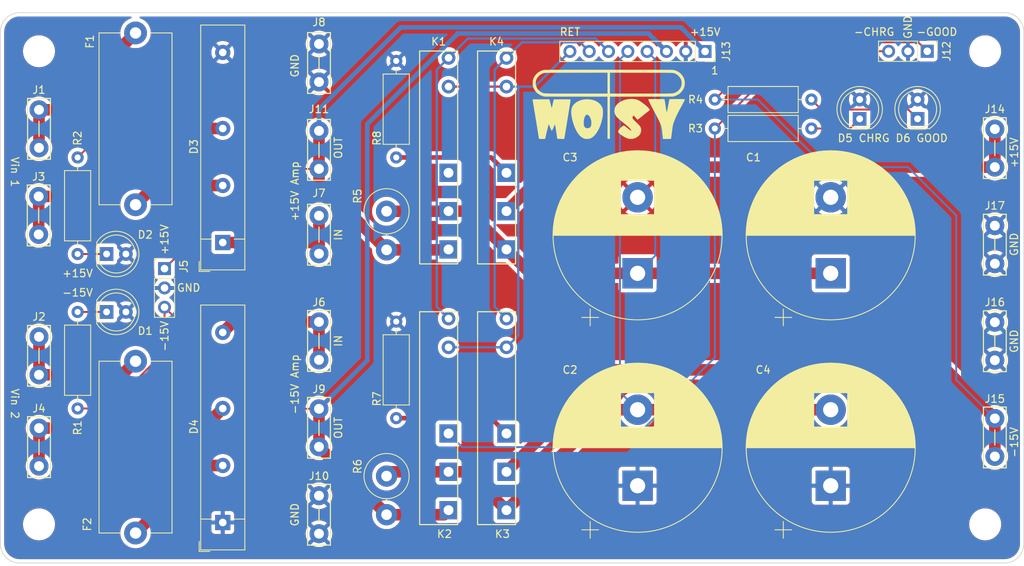
<source format=kicad_pcb>
(kicad_pcb (version 20211014) (generator pcbnew)
  (layers (0 "F.Cu" signal) (31 "B.Cu" signal) (34 "B.Paste" user) (35 "F.Paste" user) (36 "B.SilkS" user "B.Silkscreen") (37 "F.SilkS" user "F.Silkscreen") (38 "B.Mask" user) (39 "F.Mask" user) (44 "Edge.Cuts" user))
  (net 0 "")
  (net 1 "+15V_SW")
  (net 2 "GND")
  (net 3 "-15V_SW")
  (net 4 "Net-(D1-Pad1)")
  (net 5 "Net-(D2-Pad1)")
  (net 6 "Net-(D3-Pad3)")
  (net 7 "Net-(D3-Pad2)")
  (net 8 "Net-(D3-Pad1)")
  (net 9 "Net-(D4-Pad4)")
  (net 10 "Net-(D4-Pad3)")
  (net 11 "Net-(D4-Pad2)")
  (net 12 "Net-(D5-Pad1)")
  (net 13 "Net-(D6-Pad1)")
  (net 14 "Net-(F1-Pad2)")
  (net 15 "Net-(F2-Pad2)")
  (net 16 "+15V")
  (net 17 "-15V")
  (net 18 "-15V_PWR")
  (net 19 "LED_CHARGING")
  (net 20 "REL_Charge")
  (net 21 "REL_PwrGood")
  (net 22 "REL_RETURN")
  (net 23 "+15V_PWR")
  (net 25 "Net-(K3-Pad12)")
  (net 26 "Net-(K4-Pad12)")
  (footprint "moPsy:HF41FC" (layer "F.Cu") (at 99.06 76.2 -90)
    (fp_text reference "K3" (at 15.24 -1.27 unlocked) (layer "F.SilkS"))
    (fp_text value "FINDER-34.51")
    (pad "11" thru_hole rect (at 7.06 -1.8 270) (size 2.4 2.4) (drill 1.3) (layers *.Cu *.Mask) (net 18 "-15V_PWR"))
    (pad "12" thru_hole rect (at 2.02 -1.8 270) (size 2.4 2.4) (drill 1.3) (layers *.Cu *.Mask) (net 25 "Net-(K3-Pad12)"))
    (pad "14" thru_hole rect (at 12.1 -1.8 270) (size 2.4 2.4) (drill 1.3) (layers *.Cu *.Mask) (net 3 "-15V_SW"))
    (pad "A1" thru_hole circle (at -13.1 -1.8 270) (size 1.8 1.8) (drill 1) (layers *.Cu *.Mask) (net 21 "REL_PwrGood"))
    (pad "A2" thru_hole circle (at -9.32 -1.8 270) (size 1.8 1.8) (drill 1) (layers *.Cu *.Mask) (net 22 "REL_RETURN"))
  )
  (footprint "moPsy:Connector FS-P475" (layer "F.Cu") (at 76.2 77.47 90)
    (fp_text reference "J9" (at 5.08 0 180) (layer "F.SilkS"))
    (fp_text value "Conn_01x01_Male")
    (pad "1" thru_hole circle locked (at 2.5 0 90) (size 2.5 2.5) (drill 1.3) (layers *.Cu *.Mask) (net 17 "-15V"))
    (pad "1" thru_hole circle locked (at -2.5 0 90) (size 2.5 2.5) (drill 1.3) (layers *.Cu *.Mask) (net 17 "-15V"))
  )
  (footprint "MountingHole:MountingHole_3.2mm_M3" (layer "F.Cu") (at 39.37 27.94)
    (fp_text reference "REF**" hide)
    (fp_text value "MountingHole_3.2mm_M3" hide)
    (pad "" np_thru_hole circle (at 0 0) (size 3.2 3.2) (drill 3.2) (layers *.Cu *.Mask))
  )
  (footprint "Resistor_THT:R_Axial_DIN0309_L9.0mm_D3.2mm_P12.70mm_Horizontal" (layer "F.Cu") (at 140.97 34.29 180)
    (fp_text reference "R4" (at 15.24 0) (layer "F.SilkS"))
    (fp_text value "1k")
    (pad "1" thru_hole circle locked (at 0 0 180) (size 1.6 1.6) (drill 0.8) (layers *.Cu *.Mask) (net 13 "Net-(D6-Pad1)"))
    (pad "2" thru_hole oval locked (at 12.7 0 180) (size 1.6 1.6) (drill 0.8) (layers *.Cu *.Mask) (net 18 "-15V_PWR"))
  )
  (footprint "moPsy:Connector FS-P475" (layer "F.Cu") (at 39.37 80.01 90)
    (fp_text reference "J4" (at 5.08 0 180) (layer "F.SilkS"))
    (fp_text value "Conn_01x01_Male")
    (pad "1" thru_hole circle locked (at -2.5 0 90) (size 2.5 2.5) (drill 1.3) (layers *.Cu *.Mask) (net 10 "Net-(D4-Pad3)"))
    (pad "1" thru_hole circle locked (at 2.5 0 90) (size 2.5 2.5) (drill 1.3) (layers *.Cu *.Mask) (net 10 "Net-(D4-Pad3)"))
  )
  (footprint "LED_THT:LED_D5.0mm" (layer "F.Cu") (at 48.26 54.61)
    (fp_text reference "D2" (at 5.08 -2.54) (layer "F.SilkS"))
    (fp_text value "rt")
    (pad "1" thru_hole rect locked (at 0 0) (size 1.8 1.8) (drill 0.9) (layers *.Cu *.Mask) (net 5 "Net-(D2-Pad1)"))
    (pad "2" thru_hole circle locked (at 2.54 0) (size 1.8 1.8) (drill 0.9) (layers *.Cu *.Mask) (net 2 "GND"))
  )
  (footprint "Resistor_THT:R_Axial_DIN0309_L9.0mm_D3.2mm_P12.70mm_Horizontal" (layer "F.Cu") (at 44.45 62.23 -90)
    (fp_text reference "R1" (at 15.24 0 90) (layer "F.SilkS"))
    (fp_text value "1k")
    (pad "1" thru_hole circle locked (at 0 0 270) (size 1.6 1.6) (drill 0.8) (layers *.Cu *.Mask) (net 4 "Net-(D1-Pad1)"))
    (pad "2" thru_hole oval locked (at 12.7 0 270) (size 1.6 1.6) (drill 0.8) (layers *.Cu *.Mask) (net 17 "-15V"))
  )
  (footprint "Resistor_THT:R_Axial_DIN0614_L14.3mm_D5.7mm_P5.08mm_Vertical" (layer "F.Cu") (at 85.09 48.985 -90)
    (fp_text reference "R5" (at -1.995 3.81 90) (layer "F.SilkS"))
    (fp_text value "100R")
    (pad "1" thru_hole circle (at 0 0 270) (size 2.8 2.8) (drill 1.4) (layers *.Cu *.Mask) (net 1 "+15V_SW"))
    (pad "2" thru_hole oval (at 5.08 0 270) (size 2.8 2.8) (drill 1.4) (layers *.Cu *.Mask) (net 16 "+15V"))
  )
  (footprint "Resistor_THT:R_Axial_DIN0309_L9.0mm_D3.2mm_P12.70mm_Horizontal" (layer "F.Cu") (at 140.97 38.1 180)
    (fp_text reference "R3" (at 15.24 0) (layer "F.SilkS"))
    (fp_text value "1k")
    (pad "1" thru_hole circle locked (at 0 0 180) (size 1.6 1.6) (drill 0.8) (layers *.Cu *.Mask) (net 12 "Net-(D5-Pad1)"))
    (pad "2" thru_hole oval locked (at 12.7 0 180) (size 1.6 1.6) (drill 0.8) (layers *.Cu *.Mask) (net 19 "LED_CHARGING"))
  )
  (footprint "moPsy:HF41FC" (layer "F.Cu") (at 99.06 41.91 -90)
    (fp_text reference "K4" (at -15.24 -0.5 unlocked) (layer "F.SilkS"))
    (fp_text value "FINDER-34.51")
    (pad "11" thru_hole rect (at 7.06 -1.8 270) (size 2.4 2.4) (drill 1.3) (layers *.Cu *.Mask) (net 23 "+15V_PWR"))
    (pad "12" thru_hole rect (at 2.02 -1.8 270) (size 2.4 2.4) (drill 1.3) (layers *.Cu *.Mask) (net 26 "Net-(K4-Pad12)"))
    (pad "14" thru_hole rect (at 12.1 -1.8 270) (size 2.4 2.4) (drill 1.3) (layers *.Cu *.Mask) (net 1 "+15V_SW"))
    (pad "A1" thru_hole circle (at -13.1 -1.8 270) (size 1.8 1.8) (drill 1) (layers *.Cu *.Mask) (net 21 "REL_PwrGood"))
    (pad "A2" thru_hole circle (at -9.32 -1.8 270) (size 1.8 1.8) (drill 1) (layers *.Cu *.Mask) (net 22 "REL_RETURN"))
  )
  (footprint "LED_THT:LED_D5.0mm" (layer "F.Cu") (at 147.32 36.83 90)
    (fp_text reference "D5" (at -2.54 -1.905 180) (layer "F.SilkS"))
    (fp_text value "or")
    (pad "1" thru_hole rect locked (at 0 0 90) (size 1.8 1.8) (drill 0.9) (layers *.Cu *.Mask) (net 12 "Net-(D5-Pad1)"))
    (pad "2" thru_hole circle locked (at 2.54 0 90) (size 1.8 1.8) (drill 0.9) (layers *.Cu *.Mask) (net 2 "GND"))
  )
  (footprint "moPsy:Connector FS-P475" (layer "F.Cu") (at 76.2 88.9 90)
    (fp_text reference "J10" (at 5.08 0 180) (layer "F.SilkS"))
    (fp_text value "Conn_01x01_Male")
    (pad "1" thru_hole circle locked (at 2.5 0 90) (size 2.5 2.5) (drill 1.3) (layers *.Cu *.Mask) (net 2 "GND"))
    (pad "1" thru_hole circle locked (at -2.5 0 90) (size 2.5 2.5) (drill 1.3) (layers *.Cu *.Mask) (net 2 "GND"))
  )
  (footprint "moPsy_KiCad:moPsy_logo_kicad_20x09_FSilk" (layer "F.Cu") (at 114.3 34.925)
    (fp_text reference "Ref**" hide)
    (fp_text value "Val**" hide)
  )
  (footprint "moPsy:Connector FS-P475" (layer "F.Cu") (at 39.3275 49.5325 90)
    (fp_text reference "J3" (at 5.0825 0 180) (layer "F.SilkS"))
    (fp_text value "Conn_01x01_Male")
    (pad "1" thru_hole circle locked (at 2.5 0 90) (size 2.5 2.5) (drill 1.3) (layers *.Cu *.Mask) (net 6 "Net-(D3-Pad3)"))
    (pad "1" thru_hole circle locked (at -2.5 0 90) (size 2.5 2.5) (drill 1.3) (layers *.Cu *.Mask) (net 6 "Net-(D3-Pad3)"))
  )
  (footprint "MountingHole:MountingHole_3.2mm_M3" (layer "F.Cu") (at 163.83 90.17)
    (fp_text reference "REF**" hide)
    (fp_text value "MountingHole_3.2mm_M3" hide)
    (pad "" np_thru_hole circle (at 0 0) (size 3.2 3.2) (drill 3.2) (layers *.Cu *.Mask))
  )
  (footprint "moPsy:Connector FS-P475" (layer "F.Cu") (at 76.2 40.91001 90)
    (fp_text reference "J11" (at 5.35001 0 180) (layer "F.SilkS"))
    (fp_text value "Conn_01x01_Male")
    (pad "1" thru_hole circle locked (at 2.5 0 90) (size 2.5 2.5) (drill 1.3) (layers *.Cu *.Mask) (net 16 "+15V"))
    (pad "1" thru_hole circle locked (at -2.5 0 90) (size 2.5 2.5) (drill 1.3) (layers *.Cu *.Mask) (net 16 "+15V"))
  )
  (footprint "MountingHole:MountingHole_3.2mm_M3" (layer "F.Cu") (at 163.83 27.94)
    (fp_text reference "REF**" hide)
    (fp_text value "MountingHole_3.2mm_M3" hide)
    (pad "" np_thru_hole circle (at 0 0) (size 3.2 3.2) (drill 3.2) (layers *.Cu *.Mask))
  )
  (footprint "Capacitor_THT:CP_Radial_D22.0mm_P10.00mm_SnapIn" (layer "F.Cu") (at 143.51 85.09 90)
    (fp_text reference "C4" (at 15.24 -8.89 180) (layer "F.SilkS"))
    (fp_text value "4700u")
    (pad "1" thru_hole rect locked (at 0 0 90) (size 4 4) (drill 2) (layers *.Cu *.Mask) (net 2 "GND"))
    (pad "2" thru_hole circle locked (at 10 0 90) (size 4 4) (drill 2) (layers *.Cu *.Mask) (net 3 "-15V_SW"))
  )
  (footprint "Connector_PinHeader_2.54mm:PinHeader_1x03_P2.54mm_Vertical" (layer "F.Cu") (at 156.21 27.94 -90)
    (fp_text reference "J12" (at 0 -2.54 90) (layer "F.SilkS"))
    (fp_text value "Conn_01x03_Male")
    (pad "1" thru_hole rect locked (at 0 0 270) (size 1.7 1.7) (drill 1) (layers *.Cu *.Mask) (net 18 "-15V_PWR"))
    (pad "2" thru_hole oval locked (at 0 2.54 270) (size 1.7 1.7) (drill 1) (layers *.Cu *.Mask) (net 2 "GND"))
    (pad "3" thru_hole oval locked (at 0 5.08 270) (size 1.7 1.7) (drill 1) (layers *.Cu *.Mask) (net 19 "LED_CHARGING"))
  )
  (footprint "Connector_PinHeader_2.54mm:PinHeader_1x03_P2.54mm_Vertical" (layer "F.Cu") (at 55.88 56.53)
    (fp_text reference "J5" (at 2.54 -0.2825 90) (layer "F.SilkS"))
    (fp_text value "Conn_01x03_Male")
    (pad "1" thru_hole rect locked (at 0 0) (size 1.7 1.7) (drill 1) (layers *.Cu *.Mask) (net 16 "+15V"))
    (pad "2" thru_hole oval locked (at 0 2.54) (size 1.7 1.7) (drill 1) (layers *.Cu *.Mask) (net 2 "GND"))
    (pad "3" thru_hole oval locked (at 0 5.08) (size 1.7 1.7) (drill 1) (layers *.Cu *.Mask) (net 17 "-15V"))
  )
  (footprint "moPsy:Connector FS-P475" (layer "F.Cu") (at 39.37 38.140005 90)
    (fp_text reference "J1" (at 5.120005 0 180) (layer "F.SilkS"))
    (fp_text value "Conn_01x01_Male")
    (pad "1" thru_hole circle locked (at -2.5 0 90) (size 2.5 2.5) (drill 1.3) (layers *.Cu *.Mask) (net 14 "Net-(F1-Pad2)"))
    (pad "1" thru_hole circle locked (at 2.5 0 90) (size 2.5 2.5) (drill 1.3) (layers *.Cu *.Mask) (net 14 "Net-(F1-Pad2)"))
  )
  (footprint "moPsy:HF41FC" (layer "F.Cu") (at 91.44 76.2 -90)
    (fp_text reference "K2" (at 15.24 -1.27 unlocked) (layer "F.SilkS"))
    (fp_text value "FINDER-34.51")
    (pad "11" thru_hole rect (at 7.06 -1.8 270) (size 2.4 2.4) (drill 1.3) (layers *.Cu *.Mask) (net 3 "-15V_SW"))
    (pad "12" thru_hole rect (at 2.02 -1.8 270) (size 2.4 2.4) (drill 1.3) (layers *.Cu *.Mask) (net 19 "LED_CHARGING"))
    (pad "14" thru_hole rect (at 12.1 -1.8 270) (size 2.4 2.4) (drill 1.3) (layers *.Cu *.Mask) (net 17 "-15V"))
    (pad "A1" thru_hole circle (at -13.1 -1.8 270) (size 1.8 1.8) (drill 1) (layers *.Cu *.Mask) (net 20 "REL_Charge"))
    (pad "A2" thru_hole circle (at -9.32 -1.8 270) (size 1.8 1.8) (drill 1) (layers *.Cu *.Mask) (net 22 "REL_RETURN"))
  )
  (footprint "Fuse:Fuseholder_Cylinder-5x20mm_Stelvio-Kontek_PTF78_Horizontal_Open" (layer "F.Cu") (at 52.07 48.13 90)
    (fp_text reference "F1" (at 21.46 -6 90) (layer "F.SilkS"))
    (fp_text value "Fuse")
    (pad "1" thru_hole circle locked (at 0 0 90) (size 3 3) (drill 1.5) (layers *.Cu *.Mask) (net 7 "Net-(D3-Pad2)"))
    (pad "2" thru_hole circle locked (at 22.6 0 90) (size 3 3) (drill 1.5) (layers *.Cu *.Mask) (net 14 "Net-(F1-Pad2)"))
  )
  (footprint "moPsy:Connector FS-P475" (layer "F.Cu") (at 76.2 29.48001 90)
    (fp_text reference "J8" (at 5.35001 0 180) (layer "F.SilkS"))
    (fp_text value "Conn_01x01_Male")
    (pad "1" thru_hole circle locked (at 2.5 0 90) (size 2.5 2.5) (drill 1.3) (layers *.Cu *.Mask) (net 2 "GND"))
    (pad "1" thru_hole circle locked (at -2.5 0 90) (size 2.5 2.5) (drill 1.3) (layers *.Cu *.Mask) (net 2 "GND"))
  )
  (footprint "Capacitor_THT:CP_Radial_D22.0mm_P10.00mm_SnapIn" (layer "F.Cu") (at 118.11 57.15 90)
    (fp_text reference "C3" (at 15.24 -8.89 180) (layer "F.SilkS"))
    (fp_text value "4700u")
    (pad "1" thru_hole rect locked (at 0 0 90) (size 4 4) (drill 2) (layers *.Cu *.Mask) (net 1 "+15V_SW"))
    (pad "2" thru_hole circle locked (at 10 0 90) (size 4 4) (drill 2) (layers *.Cu *.Mask) (net 2 "GND"))
  )
  (footprint "LED_THT:LED_D5.0mm" (layer "F.Cu") (at 154.94 36.83 90)
    (fp_text reference "D6" (at -2.54 -1.905 180) (layer "F.SilkS"))
    (fp_text value "gn")
    (pad "1" thru_hole rect locked (at 0 0 90) (size 1.8 1.8) (drill 0.9) (layers *.Cu *.Mask) (net 13 "Net-(D6-Pad1)"))
    (pad "2" thru_hole circle locked (at 2.54 0 90) (size 1.8 1.8) (drill 0.9) (layers *.Cu *.Mask) (net 2 "GND"))
  )
  (footprint "LED_THT:LED_D5.0mm" (layer "F.Cu") (at 48.26 62.23)
    (fp_text reference "D1" (at 5.08 2.5) (layer "F.SilkS"))
    (fp_text value "rt")
    (pad "1" thru_hole rect locked (at 0 0) (size 1.8 1.8) (drill 0.9) (layers *.Cu *.Mask) (net 4 "Net-(D1-Pad1)"))
    (pad "2" thru_hole circle locked (at 2.54 0) (size 1.8 1.8) (drill 0.9) (layers *.Cu *.Mask) (net 2 "GND"))
  )
  (footprint "moPsy:Connector FS-P475" (layer "F.Cu") (at 76.2 66.04 90)
    (fp_text reference "J6" (at 5.08 0 180) (layer "F.SilkS"))
    (fp_text value "Conn_01x01_Male")
    (pad "1" thru_hole circle locked (at 2.5 0 90) (size 2.5 2.5) (drill 1.3) (layers *.Cu *.Mask) (net 9 "Net-(D4-Pad4)"))
    (pad "1" thru_hole circle locked (at -2.5 0 90) (size 2.5 2.5) (drill 1.3) (layers *.Cu *.Mask) (net 9 "Net-(D4-Pad4)"))
  )
  (footprint "moPsy:Connector FS-P475" (layer "F.Cu") (at 165.1 40.68 90)
    (fp_text reference "J14" (at 5.12 0 180) (layer "F.SilkS"))
    (fp_text value "Conn_01x01_Male")
    (pad "1" thru_hole circle locked (at -2.5 0 90) (size 2.5 2.5) (drill 1.3) (layers *.Cu *.Mask) (net 23 "+15V_PWR"))
    (pad "1" thru_hole circle locked (at 2.5 0 90) (size 2.5 2.5) (drill 1.3) (layers *.Cu *.Mask) (net 23 "+15V_PWR"))
  )
  (footprint "moPsy:Connector FS-P475" (layer "F.Cu") (at 165.1 53.38 90)
    (fp_text reference "J17" (at 5.12 0 180) (layer "F.SilkS"))
    (fp_text value "Conn_01x01_Male")
    (pad "1" thru_hole circle locked (at -2.5 0 90) (size 2.5 2.5) (drill 1.3) (layers *.Cu *.Mask) (net 2 "GND"))
    (pad "1" thru_hole circle locked (at 2.5 0 90) (size 2.5 2.5) (drill 1.3) (layers *.Cu *.Mask) (net 2 "GND"))
  )
  (footprint "Resistor_THT:R_Axial_DIN0614_L14.3mm_D5.7mm_P5.08mm_Vertical" (layer "F.Cu") (at 85.09 83.82 -90)
    (fp_text reference "R6" (at -1.27 3.81 90) (layer "F.SilkS"))
    (fp_text value "100R")
    (pad "1" thru_hole circle (at 0 0 270) (size 2.8 2.8) (drill 1.4) (layers *.Cu *.Mask) (net 3 "-15V_SW"))
    (pad "2" thru_hole oval (at 5.08 0 270) (size 2.8 2.8) (drill 1.4) (layers *.Cu *.Mask) (net 17 "-15V"))
  )
  (footprint "Resistor_THT:R_Axial_DIN0309_L9.0mm_D3.2mm_P12.70mm_Horizontal" (layer "F.Cu") (at 86.36 29.21 -90)
    (fp_text reference "R8" (at 10.16 2.54 90) (layer "F.SilkS"))
    (fp_text value "4k7")
    (pad "1" thru_hole circle locked (at 0 0 270) (size 1.6 1.6) (drill 0.8) (layers *.Cu *.Mask) (net 2 "GND"))
    (pad "2" thru_hole oval locked (at 12.7 0 270) (size 1.6 1.6) (drill 0.8) (layers *.Cu *.Mask) (net 26 "Net-(K4-Pad12)"))
  )
  (footprint "moPsy:Connector FS-P475" (layer "F.Cu") (at 39.37 68 90)
    (fp_text reference "J2" (at 5.135 0 180) (layer "F.SilkS"))
    (fp_text value "Conn_01x01_Male")
    (pad "1" thru_hole circle locked (at -2.5 0 90) (size 2.5 2.5) (drill 1.3) (layers *.Cu *.Mask) (net 15 "Net-(F2-Pad2)"))
    (pad "1" thru_hole circle locked (at 2.5 0 90) (size 2.5 2.5) (drill 1.3) (layers *.Cu *.Mask) (net 15 "Net-(F2-Pad2)"))
  )
  (footprint "Diode_THT:Diode_Bridge_32.0x5.6x17.0mm_P10.0mm_P7.5mm" (layer "F.Cu") (at 63.5425 53.0975 90)
    (fp_text reference "D3" (at 12.6 -3.8 90) (layer "F.SilkS"))
    (fp_text value "D_Bridge_+AA-")
    (pad "1" thru_hole rect locked (at 0 0 90) (size 2 2) (drill 1) (layers *.Cu *.Mask) (net 8 "Net-(D3-Pad1)"))
    (pad "2" thru_hole circle locked (at 7.5 0 90) (size 2 2) (drill 1) (layers *.Cu *.Mask) (net 7 "Net-(D3-Pad2)"))
    (pad "3" thru_hole circle locked (at 15 0 90) (size 2 2) (drill 1) (layers *.Cu *.Mask) (net 6 "Net-(D3-Pad3)"))
    (pad "4" thru_hole circle locked (at 25 0 90) (size 2 2) (drill 1) (layers *.Cu *.Mask) (net 2 "GND"))
  )
  (footprint "moPsy:HF41FC" (layer "F.Cu") (at 91.44 41.91 -90)
    (fp_text reference "K1" (at -15.24 -0.5 unlocked) (layer "F.SilkS"))
    (fp_text value "FINDER-34.51")
    (pad "11" thru_hole rect (at 7.06 -1.8 270) (size 2.4 2.4) (drill 1.3) (layers *.Cu *.Mask) (net 1 "+15V_SW"))
    (pad "12" thru_hole rect (at 2.02 -1.8 270) (size 2.4 2.4) (drill 1.3) (layers *.Cu *.Mask))
    (pad "14" thru_hole rect (at 12.1 -1.8 270) (size 2.4 2.4) (drill 1.3) (layers *.Cu *.Mask) (net 16 "+15V"))
    (pad "A1" thru_hole circle (at -13.1 -1.8 270) (size 1.8 1.8) (drill 1) (layers *.Cu *.Mask) (net 20 "REL_Charge"))
    (pad "A2" thru_hole circle (at -9.32 -1.8 270) (size 1.8 1.8) (drill 1) (layers *.Cu *.Mask) (net 22 "REL_RETURN"))
  )
  (footprint "Diode_THT:Diode_Bridge_32.0x5.6x17.0mm_P10.0mm_P7.5mm" (layer "F.Cu") (at 63.5425 89.9275 90)
    (fp_text reference "D4" (at 12.6 -3.8 90) (layer "F.SilkS"))
    (fp_text value "D_Bridge_+AA-")
    (pad "1" thru_hole rect locked (at 0 0 90) (size 2 2) (drill 1) (layers *.Cu *.Mask) (net 2 "GND"))
    (pad "2" thru_hole circle locked (at 7.5 0 90) (size 2 2) (drill 1) (layers *.Cu *.Mask) (net 11 "Net-(D4-Pad2)"))
    (pad "3" thru_hole circle locked (at 15 0 90) (size 2 2) (drill 1) (layers *.Cu *.Mask) (net 10 "Net-(D4-Pad3)"))
    (pad "4" thru_hole circle locked (at 25 0 90) (size 2 2) (drill 1) (layers *.Cu *.Mask) (net 9 "Net-(D4-Pad4)"))
  )
  (footprint "Connector_PinSocket_2.54mm:PinSocket_1x08_P2.54mm_Vertical" (layer "F.Cu") (at 126.985 27.965 -90)
    (fp_text reference "J13" (at 0 -2.77 90) (layer "F.SilkS"))
    (fp_text value "Conn_01x08_Male")
    (pad "1" thru_hole rect locked (at 0 0 270) (size 1.7 1.7) (drill 1) (layers *.Cu *.Mask) (net 16 "+15V"))
    (pad "2" thru_hole oval locked (at 0 2.54 270) (size 1.7 1.7) (drill 1) (layers *.Cu *.Mask) (net 2 "GND"))
    (pad "3" thru_hole oval locked (at 0 5.08 270) (size 1.7 1.7) (drill 1) (layers *.Cu *.Mask) (net 17 "-15V"))
    (pad "4" thru_hole oval locked (at 0 7.62 270) (size 1.7 1.7) (drill 1) (layers *.Cu *.Mask) (net 1 "+15V_SW"))
    (pad "5" thru_hole oval locked (at 0 10.16 270) (size 1.7 1.7) (drill 1) (layers *.Cu *.Mask) (net 3 "-15V_SW"))
    (pad "6" thru_hole oval locked (at 0 12.7 270) (size 1.7 1.7) (drill 1) (layers *.Cu *.Mask) (net 20 "REL_Charge"))
    (pad "7" thru_hole oval locked (at 0 15.24 270) (size 1.7 1.7) (drill 1) (layers *.Cu *.Mask) (net 21 "REL_PwrGood"))
    (pad "8" thru_hole oval locked (at 0 17.78 270) (size 1.7 1.7) (drill 1) (layers *.Cu *.Mask) (net 22 "REL_RETURN"))
  )
  (footprint "moPsy:Connector FS-P475" (layer "F.Cu") (at 76.2 52.07 90)
    (fp_text reference "J7" (at 5.45999 0 180) (layer "F.SilkS"))
    (fp_text value "Conn_01x01_Male")
    (pad "1" thru_hole circle locked (at -2.5 0 90) (size 2.5 2.5) (drill 1.3) (layers *.Cu *.Mask) (net 8 "Net-(D3-Pad1)"))
    (pad "1" thru_hole circle locked (at 2.5 0 90) (size 2.5 2.5) (drill 1.3) (layers *.Cu *.Mask) (net 8 "Net-(D3-Pad1)"))
  )
  (footprint "Resistor_THT:R_Axial_DIN0309_L9.0mm_D3.2mm_P12.70mm_Horizontal" (layer "F.Cu") (at 44.45 54.61 90)
    (fp_text reference "R2" (at 15.24 0 90) (layer "F.SilkS"))
    (fp_text value "1k")
    (pad "1" thru_hole circle locked (at 0 0 90) (size 1.6 1.6) (drill 0.8) (layers *.Cu *.Mask) (net 5 "Net-(D2-Pad1)"))
    (pad "2" thru_hole oval locked (at 12.7 0 90) (size 1.6 1.6) (drill 0.8) (layers *.Cu *.Mask) (net 16 "+15V"))
  )
  (footprint "Capacitor_THT:CP_Radial_D22.0mm_P10.00mm_SnapIn" (layer "F.Cu") (at 143.51 57.15 90)
    (fp_text reference "C1" (at 15.24 -10.16 180) (layer "F.SilkS"))
    (fp_text value "4700u")
    (pad "1" thru_hole rect locked (at 0 0 90) (size 4 4) (drill 2) (layers *.Cu *.Mask) (net 1 "+15V_SW"))
    (pad "2" thru_hole circle locked (at 10 0 90) (size 4 4) (drill 2) (layers *.Cu *.Mask) (net 2 "GND"))
  )
  (footprint "Fuse:Fuseholder_Cylinder-5x20mm_Stelvio-Kontek_PTF78_Horizontal_Open" (layer "F.Cu") (at 52.07 91.31 90)
    (fp_text reference "F2" (at 1.14 -6.35 90) (layer "F.SilkS"))
    (fp_text value "Fuse")
    (pad "1" thru_hole circle locked (at 0 0 90) (size 3 3) (drill 1.5) (layers *.Cu *.Mask) (net 11 "Net-(D4-Pad2)"))
    (pad "2" thru_hole circle locked (at 22.6 0 90) (size 3 3) (drill 1.5) (layers *.Cu *.Mask) (net 15 "Net-(F2-Pad2)"))
  )
  (footprint "moPsy:Connector FS-P475" (layer "F.Cu") (at 165.1 78.74 90)
    (fp_text reference "J15" (at 5.08 0 180) (layer "F.SilkS"))
    (fp_text value "Conn_01x01_Male")
    (pad "1" thru_hole circle locked (at 2.5 0 90) (size 2.5 2.5) (drill 1.3) (layers *.Cu *.Mask) (net 18 "-15V_PWR"))
    (pad "1" thru_hole circle locked (at -2.5 0 90) (size 2.5 2.5) (drill 1.3) (layers *.Cu *.Mask) (net 18 "-15V_PWR"))
  )
  (footprint "Capacitor_THT:CP_Radial_D22.0mm_P10.00mm_SnapIn" (layer "F.Cu") (at 118.11 85.09 90)
    (fp_text reference "C2" (at 15.24 -8.89 180) (layer "F.SilkS"))
    (fp_text value "4700u")
    (pad "1" thru_hole rect locked (at 0 0 90) (size 4 4) (drill 2) (layers *.Cu *.Mask) (net 2 "GND"))
    (pad "2" thru_hole circle locked (at 10 0 90) (size 4 4) (drill 2) (layers *.Cu *.Mask) (net 3 "-15V_SW"))
  )
  (footprint "MountingHole:MountingHole_3.2mm_M3" (layer "F.Cu") (at 39.37 90.17)
    (fp_text reference "REF**" hide)
    (fp_text value "MountingHole_3.2mm_M3" hide)
    (pad "" np_thru_hole circle (at 0 0) (size 3.2 3.2) (drill 3.2) (layers *.Cu *.Mask))
  )
  (footprint "Resistor_THT:R_Axial_DIN0309_L9.0mm_D3.2mm_P12.70mm_Horizontal" (layer "F.Cu") (at 86.36 63.5 -90)
    (fp_text reference "R7" (at 10.16 2.54 90) (layer "F.SilkS"))
    (fp_text value "4k7")
    (pad "1" thru_hole circle locked (at 0 0 270) (size 1.6 1.6) (drill 0.8) (layers *.Cu *.Mask) (net 2 "GND"))
    (pad "2" thru_hole oval locked (at 12.7 0 270) (size 1.6 1.6) (drill 0.8) (layers *.Cu *.Mask) (net 25 "Net-(K3-Pad12)"))
  )
  (footprint "moPsy:Connector FS-P475" (layer "F.Cu") (at 165.1 66.08 90)
    (fp_text reference "J16" (at 5.12 0 180) (layer "F.SilkS"))
    (fp_text value "Conn_01x01_Male")
    (pad "1" thru_hole circle locked (at 2.5 0 90) (size 2.5 2.5) (drill 1.3) (layers *.Cu *.Mask) (net 2 "GND"))
    (pad "1" thru_hole circle locked (at -2.5 0 90) (size 2.5 2.5) (drill 1.3) (layers *.Cu *.Mask) (net 2 "GND"))
  )
  (gr_arc (start 168.91 92.71) (mid 168.166051 94.506051) (end 166.37 95.25) (layer "Edge.Cuts") (width 0.1))
  (gr_arc (start 166.37 22.86) (mid 168.166051 23.603949) (end 168.91 25.4) (layer "Edge.Cuts") (width 0.1))
  (gr_line (start 34.29 92.71) (end 34.29 25.4) (layer "Edge.Cuts") (width 0.1))
  (gr_arc (start 34.29 25.4) (mid 35.033949 23.603949) (end 36.83 22.86) (layer "Edge.Cuts") (width 0.1))
  (gr_arc (start 36.83 95.25) (mid 35.033949 94.506051) (end 34.29 92.71) (layer "Edge.Cuts") (width 0.1))
  (gr_line (start 36.83 22.86) (end 166.37 22.86) (layer "Edge.Cuts") (width 0.1))
  (gr_line (start 168.91 25.4) (end 168.91 92.71) (layer "Edge.Cuts") (width 0.1))
  (gr_line (start 166.37 95.25) (end 36.83 95.25) (layer "Edge.Cuts") (width 0.1))
  (gr_text "+15V Amp" (at 73.025 46.355 90) (layer "F.SilkS") (effects (font (size 1 1))))
  (gr_text "GND" (at 73.025 29.845 90) (layer "F.SilkS") (effects (font (size 1 1))))
  (gr_text "-CHRG" (at 149.225 25.4) (layer "F.SilkS") (effects (font (size 1 1))))
  (gr_text "IN" (at 78.74 66.04 90) (layer "F.SilkS") (effects (font (size 1 1))))
  (gr_text "GND" (at 167.64 53.34 90) (layer "F.SilkS") (effects (font (size 1 1))))
  (gr_text "RET" (at 109.22 25.4) (layer "F.SilkS") (effects (font (size 1 1))))
  (gr_text "OUT" (at 78.74 77.47 90) (layer "F.SilkS") (effects (font (size 1 1))))
  (gr_text "-15V" (at 55.88 65.405 90) (layer "F.SilkS") (effects (font (size 1 1))))
  (gr_text "-GOOD" (at 157.48 25.4) (layer "F.SilkS") (effects (font (size 1 1))))
  (gr_text "1" (at 128.27 30.48) (layer "F.SilkS") (effects (font (size 1 1))))
  (gr_text "+15V" (at 127 25.4) (layer "F.SilkS") (effects (font (size 1 1))))
  (gr_text "OUT" (at 78.74 40.64 90) (layer "F.SilkS") (effects (font (size 1 1))))
  (gr_text "+15V" (at 44.45 57.15) (layer "F.SilkS") (effects (font (size 1 1))))
  (gr_text "GND" (at 73.025 88.9 90) (layer "F.SilkS") (effects (font (size 1 1))))
  (gr_text "-15V" (at 44.45 59.69) (layer "F.SilkS") (effects (font (size 1 1))))
  (gr_text "-15V Amp" (at 73.025 71.755 90) (layer "F.SilkS") (effects (font (size 1 1))))
  (gr_text "Vin 1" (at 36.195 43.815 270) (layer "F.SilkS") (effects (font (size 1 1))))
  (gr_text "-15V" (at 167.64 79.375 90) (layer "F.SilkS") (effects (font (size 1 1))))
  (gr_text "GND" (at 167.64 66.08 90) (layer "F.SilkS") (effects (font (size 1 1))))
  (gr_text "IN" (at 78.74 52.07 90) (layer "F.SilkS") (effects (font (size 1 1))))
  (gr_text "CHRG" (at 149.225 39.37) (layer "F.SilkS") (effects (font (size 1 1))))
  (gr_text "+15V" (at 55.88 52.705 90) (layer "F.SilkS") (effects (font (size 1 1))))
  (gr_text "GOOD" (at 156.845 39.37) (layer "F.SilkS") (effects (font (size 1 1))))
  (gr_text "GND" (at 59.055 59.055) (layer "F.SilkS") (effects (font (size 1 1))))
  (gr_text "Vin 2" (at 36.195 74.295 270) (layer "F.SilkS") (effects (font (size 1 1))))
  (gr_text "+15V" (at 167.64 41.275 90) (layer "F.SilkS") (effects (font (size 1 1))))
  (gr_text "GND" (at 153.67 24.765 90) (layer "F.SilkS") (effects (font (size 1 1))))
  (segment (start 93.24 48.97) (end 95.82 48.97) (width 1.524) (layer "F.Cu") (net 1))
  (segment (start 117.795663 57.464337) (end 118.11 57.15) (width 1.524) (layer "F.Cu") (net 1))
  (segment (start 95.82 48.97) (end 100.86 54.01) (width 1.524) (layer "F.Cu") (net 1))
  (segment (start 93.225 48.985) (end 93.24 48.97) (width 1.524) (layer "F.Cu") (net 1))
  (segment (start 104 57.15) (end 100.86 54.01) (width 1.524) (layer "F.Cu") (net 1))
  (segment (start 118.11 57.15) (end 143.51 57.15) (width 1.524) (layer "F.Cu") (net 1))
  (segment (start 118.11 57.15) (end 104 57.15) (width 1.524) (layer "F.Cu") (net 1))
  (segment (start 85.09 48.985) (end 93.225 48.985) (width 1.524) (layer "F.Cu") (net 1))
  (segment (start 120.434511 54.825489) (end 118.11 57.15) (width 0.25) (layer "B.Cu") (net 1))
  (segment (start 119.365 27.965) (end 120.434511 29.034511) (width 0.25) (layer "B.Cu") (net 1))
  (segment (start 120.434511 29.034511) (end 120.434511 54.825489) (width 0.25) (layer "B.Cu") (net 1))
  (segment (start 93.24 83.26) (end 85.65 83.26) (width 1.524) (layer "F.Cu") (net 3))
  (segment (start 95.82 83.26) (end 100.86 88.3) (width 1.524) (layer "F.Cu") (net 3))
  (segment (start 118.11 75.09) (end 114.07 75.09) (width 1.524) (layer "F.Cu") (net 3))
  (segment (start 93.24 83.26) (end 95.82 83.26) (width 1.524) (layer "F.Cu") (net 3))
  (segment (start 114.07 75.09) (end 100.86 88.3) (width 1.524) (layer "F.Cu") (net 3))
  (segment (start 85.65 83.26) (end 85.09 83.82) (width 1.524) (layer "F.Cu") (net 3))
  (segment (start 118.11 75.09) (end 143.51 75.09) (width 1.524) (layer "F.Cu") (net 3))
  (segment (start 116.825 27.965) (end 115.785489 29.004511) (width 0.25) (layer "B.Cu") (net 3))
  (segment (start 115.785489 72.765489) (end 118.11 75.09) (width 0.25) (layer "B.Cu") (net 3))
  (segment (start 115.785489 29.004511) (end 115.785489 72.765489) (width 0.25) (layer "B.Cu") (net 3))
  (segment (start 44.45 62.23) (end 48.26 62.23) (width 0.25) (layer "F.Cu") (net 4))
  (segment (start 44.45 54.61) (end 48.26 54.61) (width 0.25) (layer "F.Cu") (net 5))
  (segment (start 55.8825 38.0975) (end 63.5425 38.0975) (width 1.524) (layer "F.Cu") (net 6))
  (segment (start 41.095266 47.0325) (end 41.137766 46.99) (width 1.524) (layer "F.Cu") (net 6))
  (segment (start 41.137766 46.99) (end 46.99 46.99) (width 1.524) (layer "F.Cu") (net 6))
  (segment (start 39.3275 47.0325) (end 41.095266 47.0325) (width 1.524) (layer "F.Cu") (net 6))
  (segment (start 39.3275 52.032495) (end 39.3275 47.032505) (width 1.524) (layer "F.Cu") (net 6))
  (segment (start 46.99 46.99) (end 55.8825 38.0975) (width 1.524) (layer "F.Cu") (net 6))
  (segment (start 52.07 48.13) (end 54.6025 45.5975) (width 1.524) (layer "F.Cu") (net 7))
  (segment (start 54.6025 45.5975) (end 63.5425 45.5975) (width 1.524) (layer "F.Cu") (net 7))
  (segment (start 76.2 49.570005) (end 76.2 53.34) (width 1.524) (layer "F.Cu") (net 8))
  (segment (start 75.9575 53.0975) (end 76.2 53.34) (width 1.524) (layer "F.Cu") (net 8))
  (segment (start 76.2 53.34) (end 76.2 54.569995) (width 1.524) (layer "F.Cu") (net 8))
  (segment (start 63.5425 53.0975) (end 75.9575 53.0975) (width 1.524) (layer "F.Cu") (net 8))
  (segment (start 76.2 63.54) (end 64.93 63.54) (width 1.524) (layer "F.Cu") (net 9))
  (segment (start 64.93 63.54) (end 63.5425 64.9275) (width 1.524) (layer "F.Cu") (net 9))
  (segment (start 76.2 68.54) (end 76.2 63.54) (width 1.524) (layer "F.Cu") (net 9))
  (segment (start 60.96 77.51) (end 63.5425 74.9275) (width 1.524) (layer "F.Cu") (net 10))
  (segment (start 39.37 77.51) (end 60.96 77.51) (width 1.524) (layer "F.Cu") (net 10))
  (segment (start 39.37 82.51) (end 39.37 77.51) (width 1.524) (layer "F.Cu") (net 10))
  (segment (start 52.07 91.31) (end 60.9525 82.4275) (width 1.524) (layer "F.Cu") (net 11))
  (segment (start 60.9525 82.4275) (end 63.5425 82.4275) (width 1.524) (layer "F.Cu") (net 11))
  (segment (start 140.97 38.1) (end 146.05 38.1) (width 0.25) (layer "F.Cu") (net 12))
  (segment (start 146.05 38.1) (end 147.32 36.83) (width 0.25) (layer "F.Cu") (net 12))
  (segment (start 142.285489 35.605489) (end 153.715489 35.605489) (width 0.25) (layer "F.Cu") (net 13))
  (segment (start 153.715489 35.605489) (end 154.94 36.83) (width 0.25) (layer "F.Cu") (net 13))
  (segment (start 140.97 34.29) (end 142.285489 35.605489) (width 0.25) (layer "F.Cu") (net 13))
  (segment (start 39.37 40.64) (end 39.37 35.64001) (width 1.524) (layer "F.Cu") (net 14))
  (segment (start 41.959995 35.640005) (end 52.07 25.53) (width 1.524) (layer "F.Cu") (net 14))
  (segment (start 39.37 35.640005) (end 41.959995 35.640005) (width 1.524) (layer "F.Cu") (net 14))
  (segment (start 39.37 70.499995) (end 39.37 65.500005) (width 1.524) (layer "F.Cu") (net 15))
  (segment (start 39.37 70.5) (end 50.28 70.5) (width 1.524) (layer "F.Cu") (net 15))
  (segment (start 51.98 68.62) (end 52.07 68.71) (width 1.524) (layer "F.Cu") (net 15))
  (segment (start 50.28 70.5) (end 52.07 68.71) (width 1.524) (layer "F.Cu") (net 15))
  (segment (start 85.09 54.065) (end 93.185 54.065) (width 1.524) (layer "F.Cu") (net 16))
  (segment (start 76.2 45.175) (end 76.2 43.41001) (width 1.524) (layer "F.Cu") (net 16))
  (segment (start 93.185 54.065) (end 93.24 54.01) (width 1.524) (layer "F.Cu") (net 16))
  (segment (start 76.2 38.410015) (end 76.2 43.410005) (width 1.524) (layer "F.Cu") (net 16))
  (segment (start 50.8 35.56) (end 63.824072 35.56) (width 0.25) (layer "F.Cu") (net 16))
  (segment (start 68.99999 40.735918) (end 68.99999 43.41001) (width 0.25) (layer "F.Cu") (net 16))
  (segment (start 44.45 41.91) (end 50.8 35.56) (width 0.25) (layer "F.Cu") (net 16))
  (segment (start 68.99999 43.41001) (end 76.2 43.41001) (width 0.25) (layer "F.Cu") (net 16))
  (segment (start 55.88 56.53) (end 68.99999 43.41001) (width 0.25) (layer "F.Cu") (net 16))
  (segment (start 85.09 54.065) (end 76.2 45.175) (width 1.524) (layer "F.Cu") (net 16))
  (segment (start 63.824072 35.56) (end 68.99999 40.735918) (width 0.25) (layer "F.Cu") (net 16))
  (segment (start 76.2 35.56) (end 86.967071 24.792929) (width 0.6096) (layer "B.Cu") (net 16))
  (segment (start 76.2 35.56) (end 76.2 38.41001) (width 0.6096) (layer "B.Cu") (net 16))
  (segment (start 86.967071 24.792929) (end 123.812929 24.792929) (width 0.6096) (layer "B.Cu") (net 16))
  (segment (start 123.812929 24.792929) (end 126.985 27.965) (width 0.6096) (layer "B.Cu") (net 16))
  (segment (start 55.88 61.61) (end 69.24 74.97) (width 0.25) (layer "F.Cu") (net 17))
  (segment (start 55.88 67.480249) (end 55.88 61.61) (width 0.25) (layer "F.Cu") (net 17))
  (segment (start 85.09 88.86) (end 76.2 79.97) (width 1.524) (layer "F.Cu") (net 17))
  (segment (start 76.2 74.970005) (end 76.2 79.969995) (width 1.524) (layer "F.Cu") (net 17))
  (segment (start 69.24 74.97) (end 76.2 74.97) (width 0.25) (layer "F.Cu") (net 17))
  (segment (start 44.45 74.93) (end 48.430249 74.93) (width 0.25) (layer "F.Cu") (net 17))
  (segment (start 85.09 88.9) (end 92.64 88.9) (width 1.524) (layer "F.Cu") (net 17))
  (segment (start 85.09 88.9) (end 85.09 88.86) (width 1.524) (layer "F.Cu") (net 17))
  (segment (start 92.64 88.9) (end 93.24 88.3) (width 1.524) (layer "F.Cu") (net 17))
  (segment (start 48.430249 74.93) (end 55.88 67.480249) (width 0.25) (layer "F.Cu") (net 17))
  (segment (start 94.461954 25.602049) (end 119.542049 25.602049) (width 0.6096) (layer "B.Cu") (net 17))
  (segment (start 119.542049 25.602049) (end 121.905 27.965) (width 0.6096) (layer "B.Cu") (net 17))
  (segment (start 82.55 37.514003) (end 94.461954 25.602049) (width 0.6096) (layer "B.Cu") (net 17))
  (segment (start 76.2 74.97) (end 82.55 68.62) (width 0.6096) (layer "B.Cu") (net 17))
  (segment (start 82.55 68.62) (end 82.55 37.514003) (width 0.6096) (layer "B.Cu") (net 17))
  (segment (start 100.86 83.26) (end 114.27 69.85) (width 1.524) (layer "F.Cu") (net 18))
  (segment (start 135.794511 26.765489) (end 155.035489 26.765489) (width 0.25) (layer "F.Cu") (net 18))
  (segment (start 165.1 76.24) (end 165.1 81.24) (width 1.524) (layer "F.Cu") (net 18))
  (segment (start 128.27 34.29) (end 135.794511 26.765489) (width 0.25) (layer "F.Cu") (net 18))
  (segment (start 114.27 69.85) (end 158.71 69.85) (width 1.524) (layer "F.Cu") (net 18))
  (segment (start 158.71 69.85) (end 165.1 76.24) (width 1.524) (layer "F.Cu") (net 18))
  (segment (start 155.035489 26.765489) (end 156.21 27.94) (width 0.25) (layer "F.Cu") (net 18))
  (segment (start 160.02 71.16) (end 165.1 76.24) (width 0.25) (layer "B.Cu") (net 18))
  (segment (start 160.02 49.53) (end 160.02 71.16) (width 0.25) (layer "B.Cu") (net 18))
  (segment (start 133.937356 34.29) (end 142.827356 43.18) (width 0.25) (layer "B.Cu") (net 18))
  (segment (start 153.67 43.18) (end 160.02 49.53) (width 0.25) (layer "B.Cu") (net 18))
  (segment (start 128.27 34.29) (end 133.937356 34.29) (width 0.25) (layer "B.Cu") (net 18))
  (segment (start 142.827356 43.18) (end 153.67 43.18) (width 0.25) (layer "B.Cu") (net 18))
  (segment (start 138.43 27.94) (end 151.13 27.94) (width 0.25) (layer "F.Cu") (net 19))
  (segment (start 128.27 38.1) (end 138.43 27.94) (width 0.25) (layer "F.Cu") (net 19))
  (segment (start 128.27 38.1) (end 128.27 68.217356) (width 0.25) (layer "B.Cu") (net 19))
  (segment (start 95.03 80.01) (end 93.24 78.22) (width 0.25) (layer "B.Cu") (net 19))
  (segment (start 128.27 68.217356) (end 116.477356 80.01) (width 0.25) (layer "B.Cu") (net 19))
  (segment (start 116.477356 80.01) (end 95.03 80.01) (width 0.25) (layer "B.Cu") (net 19))
  (segment (start 112.578769 26.258769) (end 114.285 27.965) (width 0.3048) (layer "B.Cu") (net 20))
  (segment (start 91.688089 30.361911) (end 91.688089 61.548089) (width 0.3048) (layer "B.Cu") (net 20))
  (segment (start 93.24 28.81) (end 95.791231 26.258769) (width 0.3048) (layer "B.Cu") (net 20))
  (segment (start 91.688089 61.548089) (end 93.24 63.1) (width 0.3048) (layer "B.Cu") (net 20))
  (segment (start 93.24 28.81) (end 91.688089 30.361911) (width 0.3048) (layer "B.Cu") (net 20))
  (segment (start 95.791231 26.258769) (end 112.578769 26.258769) (width 0.3048) (layer "B.Cu") (net 20))
  (segment (start 99.308089 30.361911) (end 99.308089 61.548089) (width 0.3048) (layer "B.Cu") (net 21))
  (segment (start 99.308089 61.548089) (end 100.86 63.1) (width 0.3048) (layer "B.Cu") (net 21))
  (segment (start 100.86 28.81) (end 99.308089 30.361911) (width 0.3048) (layer "B.Cu") (net 21))
  (segment (start 102.906911 26.763089) (end 110.543089 26.763089) (width 0.3048) (layer "B.Cu") (net 21))
  (segment (start 100.86 28.81) (end 102.906911 26.763089) (width 0.3048) (layer "B.Cu") (net 21))
  (segment (start 110.543089 26.763089) (end 111.745 27.965) (width 0.3048) (layer "B.Cu") (net 21))
  (segment (start 93.239996 32.590003) (end 100.859996 32.590003) (width 0.3048) (layer "F.Cu") (net 22))
  (segment (start 109.205 27.965) (end 104.58 32.59) (width 0.3048) (layer "B.Cu") (net 22))
  (segment (start 102.44 32.59) (end 100.86 32.59) (width 0.3048) (layer "B.Cu") (net 22))
  (segment (start 102.411911 65.328089) (end 102.411911 32.618089) (width 0.3048) (layer "B.Cu") (net 22))
  (segment (start 104.58 32.59) (end 102.44 32.59) (width 0.3048) (layer "B.Cu") (net 22))
  (segment (start 102.411911 32.618089) (end 102.44 32.59) (width 0.3048) (layer "B.Cu") (net 22))
  (segment (start 100.86 66.88) (end 93.24 66.88) (width 0.3048) (layer "B.Cu") (net 22))
  (segment (start 100.86 66.88) (end 102.411911 65.328089) (width 0.3048) (layer "B.Cu") (net 22))
  (segment (start 100.86 48.97) (end 106.65 43.18) (width 1.524) (layer "F.Cu") (net 23))
  (segment (start 106.65 43.18) (end 165.1 43.18) (width 1.524) (layer "F.Cu") (net 23))
  (segment (start 165.1 43.18) (end 165.1 38.18) (width 1.524) (layer "F.Cu") (net 23))
  (segment (start 86.36 76.2) (end 98.84 76.2) (width 0.6096) (layer "F.Cu") (net 25))
  (segment (start 98.84 76.2) (end 100.86 78.22) (width 0.6096) (layer "F.Cu") (net 25))
  (segment (start 86.36 41.91) (end 98.84 41.91) (width 0.6096) (layer "F.Cu") (net 26))
  (segment (start 98.84 41.91) (end 100.86 43.93) (width 0.6096) (layer "F.Cu") (net 26))
  (zone (net 2) (net_name "GND") (layer "F.Cu") (connect_pads (clearance 0.508)) (min_thickness 0.254) (fill yes (thermal_gap 0.508) (thermal_bridge_width 0.508))
    (polygon (pts (xy 168.91 95.25) (xy 34.29 95.25) (xy 34.29 22.86) (xy 168.91 22.86)))
  )
  (zone (net 2) (net_name "GND") (layer "B.Cu") (connect_pads (clearance 0.508)) (min_thickness 0.254) (fill yes (thermal_gap 0.508) (thermal_bridge_width 0.508))
    (polygon (pts (xy 168.91 95.25) (xy 34.29 95.25) (xy 34.29 22.86) (xy 168.91 22.86)))
  )
)
</source>
